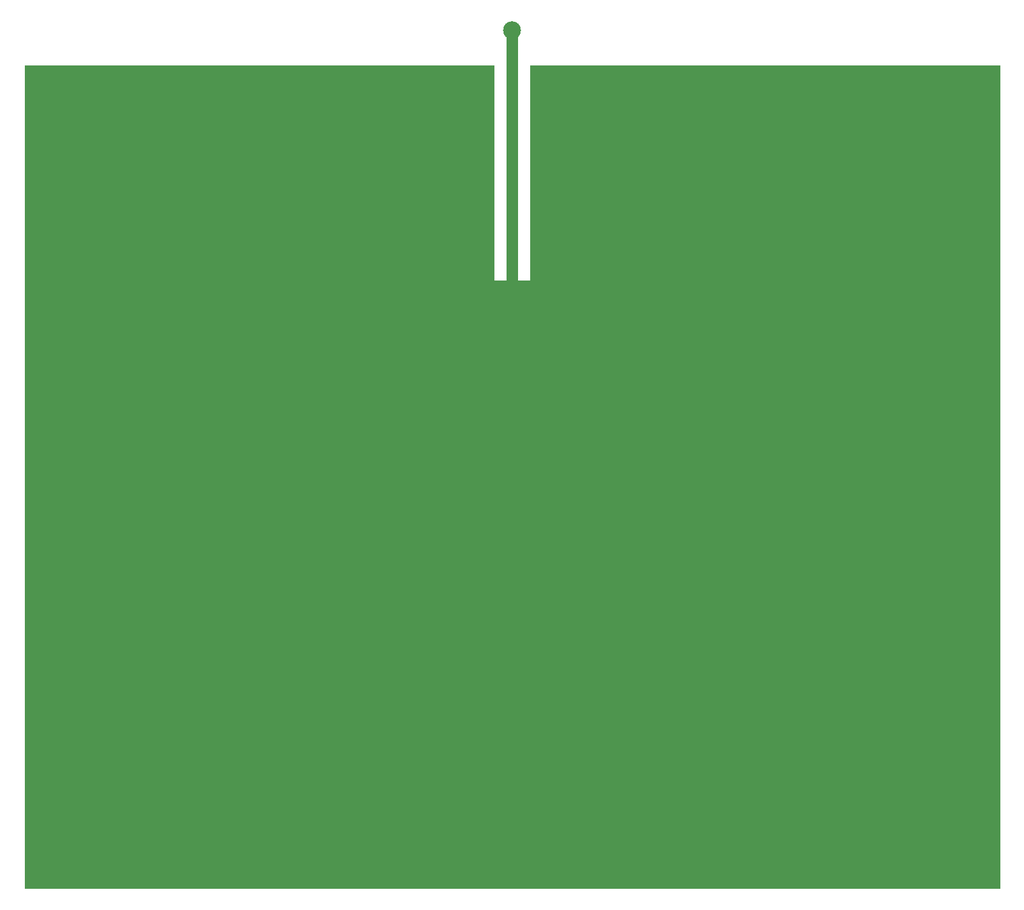
<source format=gtl>
G04 #@! TF.GenerationSoftware,KiCad,Pcbnew,no-vcs-found-7520~57~ubuntu14.04.1*
G04 #@! TF.CreationDate,2017-01-27T05:22:33+00:00*
G04 #@! TF.ProjectId,dart_telem,646172745F74656C656D2E6B69636164,rev?*
G04 #@! TF.FileFunction,Copper,L1,Top,Signal*
G04 #@! TF.FilePolarity,Positive*
%FSLAX46Y46*%
G04 Gerber Fmt 4.6, Leading zero omitted, Abs format (unit mm)*
G04 Created by KiCad (PCBNEW no-vcs-found-7520~57~ubuntu14.04.1) date Fri Jan 27 05:22:33 2017*
%MOMM*%
%LPD*%
G01*
G04 APERTURE LIST*
%ADD10C,0.100000*%
%ADD11C,2.500000*%
%ADD12C,0.050000*%
G04 APERTURE END LIST*
D10*
D11*
X89115000Y-25100000D03*
D12*
G36*
X89860000Y-60000000D02*
X89860480Y-60004877D01*
X89861903Y-60009567D01*
X89864213Y-60013889D01*
X89867322Y-60017678D01*
X89871111Y-60020787D01*
X89875433Y-60023097D01*
X89880123Y-60024520D01*
X89885000Y-60025000D01*
X91615000Y-60025000D01*
X91619877Y-60024520D01*
X91624567Y-60023097D01*
X91628889Y-60020787D01*
X91632678Y-60017678D01*
X91635787Y-60013889D01*
X91638097Y-60009567D01*
X91639520Y-60004877D01*
X91640000Y-60000000D01*
X91640000Y-30025000D01*
X157240000Y-30025000D01*
X157240000Y-144975000D01*
X20990000Y-144975000D01*
X20990000Y-30025000D01*
X86590000Y-30025000D01*
X86590000Y-60000000D01*
X86590480Y-60004877D01*
X86591903Y-60009567D01*
X86594213Y-60013889D01*
X86597322Y-60017678D01*
X86601111Y-60020787D01*
X86605433Y-60023097D01*
X86610123Y-60024520D01*
X86615000Y-60025000D01*
X88345000Y-60025000D01*
X88349877Y-60024520D01*
X88354567Y-60023097D01*
X88358889Y-60020787D01*
X88362678Y-60017678D01*
X88365787Y-60013889D01*
X88368097Y-60009567D01*
X88369520Y-60004877D01*
X88370000Y-60000000D01*
X88370000Y-25025000D01*
X89860000Y-25025000D01*
X89860000Y-60000000D01*
X89860000Y-60000000D01*
G37*
X89860000Y-60000000D02*
X89860480Y-60004877D01*
X89861903Y-60009567D01*
X89864213Y-60013889D01*
X89867322Y-60017678D01*
X89871111Y-60020787D01*
X89875433Y-60023097D01*
X89880123Y-60024520D01*
X89885000Y-60025000D01*
X91615000Y-60025000D01*
X91619877Y-60024520D01*
X91624567Y-60023097D01*
X91628889Y-60020787D01*
X91632678Y-60017678D01*
X91635787Y-60013889D01*
X91638097Y-60009567D01*
X91639520Y-60004877D01*
X91640000Y-60000000D01*
X91640000Y-30025000D01*
X157240000Y-30025000D01*
X157240000Y-144975000D01*
X20990000Y-144975000D01*
X20990000Y-30025000D01*
X86590000Y-30025000D01*
X86590000Y-60000000D01*
X86590480Y-60004877D01*
X86591903Y-60009567D01*
X86594213Y-60013889D01*
X86597322Y-60017678D01*
X86601111Y-60020787D01*
X86605433Y-60023097D01*
X86610123Y-60024520D01*
X86615000Y-60025000D01*
X88345000Y-60025000D01*
X88349877Y-60024520D01*
X88354567Y-60023097D01*
X88358889Y-60020787D01*
X88362678Y-60017678D01*
X88365787Y-60013889D01*
X88368097Y-60009567D01*
X88369520Y-60004877D01*
X88370000Y-60000000D01*
X88370000Y-25025000D01*
X89860000Y-25025000D01*
X89860000Y-60000000D01*
G36*
X89590000Y-25475000D02*
X88640000Y-25475000D01*
X88640000Y-24525000D01*
X89590000Y-24525000D01*
X89590000Y-25475000D01*
X89590000Y-25475000D01*
G37*
X89590000Y-25475000D02*
X88640000Y-25475000D01*
X88640000Y-24525000D01*
X89590000Y-24525000D01*
X89590000Y-25475000D01*
M02*

</source>
